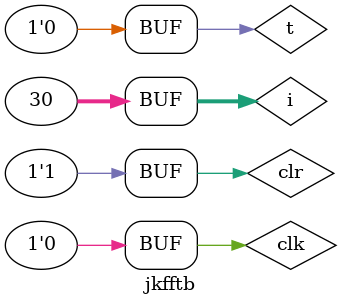
<source format=v>
module T_flip_flop(t,clk,clr,q,qn);
input t,clk,clr;
output reg q;
output reg qn;
always @ (posedge clk)
if (clr == 0) begin
q <= 0;
qn <= 1;
end
else begin
q<=q^t;
qn<= ~(q ^ t);
end
endmodule

module jkfftb;
reg t=0; // NEITHER input reg d=0; NOR input reg d;
reg clr=0; // NEITHER input reg clr=0; NOR input reg clr;
reg clk=0; // NEITHER input reg clk=0; NOR input reg clk;
wire q,qn; // NOT output q,qn;
integer i;
T_flip_flop UUT(.t(t), .clr(clr),.clk(clk), .q(q), .qn(qn));
initial begin
for (i=0;i<30;i=i+1) begin
clk=~clk;
if(i>3 & i<15) t=1;
else t=0;
if(i==2) clr=1;
#10;
end
end
endmodule
</source>
